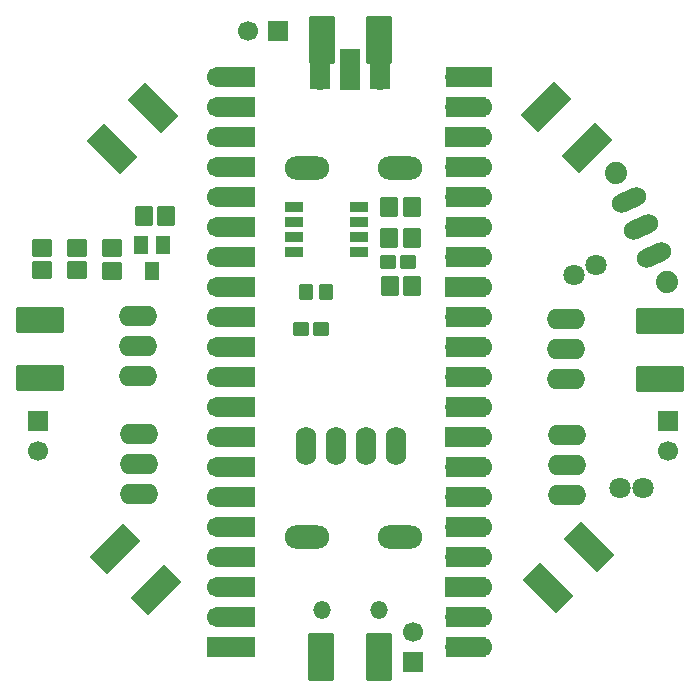
<source format=gbr>
%TF.GenerationSoftware,KiCad,Pcbnew,9.0.5*%
%TF.CreationDate,2025-12-08T11:46:15-06:00*%
%TF.ProjectId,board,626f6172-642e-46b6-9963-61645f706362,rev?*%
%TF.SameCoordinates,Original*%
%TF.FileFunction,Soldermask,Top*%
%TF.FilePolarity,Negative*%
%FSLAX46Y46*%
G04 Gerber Fmt 4.6, Leading zero omitted, Abs format (unit mm)*
G04 Created by KiCad (PCBNEW 9.0.5) date 2025-12-08 11:46:15*
%MOMM*%
%LPD*%
G01*
G04 APERTURE LIST*
G04 Aperture macros list*
%AMRoundRect*
0 Rectangle with rounded corners*
0 $1 Rounding radius*
0 $2 $3 $4 $5 $6 $7 $8 $9 X,Y pos of 4 corners*
0 Add a 4 corners polygon primitive as box body*
4,1,4,$2,$3,$4,$5,$6,$7,$8,$9,$2,$3,0*
0 Add four circle primitives for the rounded corners*
1,1,$1+$1,$2,$3*
1,1,$1+$1,$4,$5*
1,1,$1+$1,$6,$7*
1,1,$1+$1,$8,$9*
0 Add four rect primitives between the rounded corners*
20,1,$1+$1,$2,$3,$4,$5,0*
20,1,$1+$1,$4,$5,$6,$7,0*
20,1,$1+$1,$6,$7,$8,$9,0*
20,1,$1+$1,$8,$9,$2,$3,0*%
%AMHorizOval*
0 Thick line with rounded ends*
0 $1 width*
0 $2 $3 position (X,Y) of the first rounded end (center of the circle)*
0 $4 $5 position (X,Y) of the second rounded end (center of the circle)*
0 Add line between two ends*
20,1,$1,$2,$3,$4,$5,0*
0 Add two circle primitives to create the rounded ends*
1,1,$1,$2,$3*
1,1,$1,$4,$5*%
G04 Aperture macros list end*
%ADD10RoundRect,0.101600X0.500000X0.700000X-0.500000X0.700000X-0.500000X-0.700000X0.500000X-0.700000X0*%
%ADD11O,1.727200X3.251200*%
%ADD12O,3.759200X1.981200*%
%ADD13O,3.251200X1.727200*%
%ADD14RoundRect,0.101600X-0.650000X-0.750000X0.650000X-0.750000X0.650000X0.750000X-0.650000X0.750000X0*%
%ADD15RoundRect,0.101600X-0.500000X-0.550000X0.500000X-0.550000X0.500000X0.550000X-0.500000X0.550000X0*%
%ADD16RoundRect,0.101600X-0.650000X-0.350000X0.650000X-0.350000X0.650000X0.350000X-0.650000X0.350000X0*%
%ADD17R,1.700000X1.700000*%
%ADD18C,1.700000*%
%ADD19HorizOval,1.625600X-0.644566X-0.300566X0.644566X0.300566X0*%
%ADD20C,1.879600*%
%ADD21C,1.803200*%
%ADD22RoundRect,0.101600X-0.550000X-0.500000X0.550000X-0.500000X0.550000X0.500000X-0.550000X0.500000X0*%
%ADD23RoundRect,0.101600X0.750000X-0.650000X0.750000X0.650000X-0.750000X0.650000X-0.750000X-0.650000X0*%
%ADD24RoundRect,0.101600X-0.750000X0.650000X-0.750000X-0.650000X0.750000X-0.650000X0.750000X0.650000X0*%
%ADD25O,1.800000X1.800000*%
%ADD26O,1.500000X1.500000*%
%ADD27O,1.700000X1.700000*%
%ADD28R,3.500000X1.700000*%
%ADD29R,1.700000X3.500000*%
%ADD30RoundRect,0.101600X0.650000X0.750000X-0.650000X0.750000X-0.650000X-0.750000X0.650000X-0.750000X0*%
%ADD31RoundRect,0.101600X2.029538X-0.664539X-0.664539X2.029538X-2.029538X0.664539X0.664539X-2.029538X0*%
%ADD32RoundRect,0.101600X-0.664539X-2.029538X2.029538X0.664539X0.664539X2.029538X-2.029538X-0.664539X0*%
%ADD33RoundRect,0.101600X-0.965200X1.905000X-0.965200X-1.905000X0.965200X-1.905000X0.965200X1.905000X0*%
%ADD34RoundRect,0.101600X0.965200X-1.905000X0.965200X1.905000X-0.965200X1.905000X-0.965200X-1.905000X0*%
%ADD35RoundRect,0.101600X-1.905000X-0.965200X1.905000X-0.965200X1.905000X0.965200X-1.905000X0.965200X0*%
%ADD36RoundRect,0.101600X-2.029538X0.664539X0.664539X-2.029538X2.029538X-0.664539X-0.664539X2.029538X0*%
%ADD37RoundRect,0.101600X1.905000X0.965200X-1.905000X0.965200X-1.905000X-0.965200X1.905000X-0.965200X0*%
%ADD38RoundRect,0.101600X0.664539X2.029538X-2.029538X-0.664539X-0.664539X-2.029538X2.029538X0.664539X0*%
G04 APERTURE END LIST*
D10*
%TO.C,IRLML2502*%
X132550000Y-96200000D03*
X130650000Y-96200000D03*
X131600000Y-98400000D03*
%TD*%
D11*
%TO.C,E-HAT0*%
X144660000Y-113160000D03*
X147200000Y-113160000D03*
X149740000Y-113160000D03*
X152280000Y-113160000D03*
%TD*%
D12*
%TO.C,MT3608*%
X144751916Y-120875000D03*
X144751916Y-89664000D03*
X152626085Y-89664000D03*
X152626085Y-120875000D03*
%TD*%
D13*
%TO.C,M_LEFT0*%
X166724492Y-117371995D03*
X166724492Y-114831995D03*
X166724492Y-112291995D03*
%TD*%
%TO.C,E_RIGHT0*%
X130430000Y-102210000D03*
X130430000Y-104750000D03*
X130430000Y-107290000D03*
%TD*%
D14*
%TO.C,R12*%
X151695508Y-95588005D03*
X153595508Y-95588005D03*
%TD*%
D15*
%TO.C,R14*%
X144590000Y-100150000D03*
X146290000Y-100150000D03*
%TD*%
D16*
%TO.C,TP4056*%
X143600000Y-92985000D03*
X143600000Y-94255000D03*
X143600000Y-95525000D03*
X143600000Y-96795000D03*
X149100000Y-96795000D03*
X149100000Y-95525000D03*
X149100000Y-94255000D03*
X149100000Y-92985000D03*
%TD*%
D17*
%TO.C,J2*%
X137130000Y-130230000D03*
D18*
X137130000Y-127690000D03*
X137130000Y-125150000D03*
X137130000Y-122610000D03*
X137130000Y-120070000D03*
X137130000Y-117530000D03*
X137130000Y-114990000D03*
X137130000Y-112450000D03*
X137130000Y-109910000D03*
X137130000Y-107370000D03*
X137130000Y-104830000D03*
X137130000Y-102290000D03*
X137130000Y-99750000D03*
X137130000Y-97210000D03*
X137130000Y-94670000D03*
X137130000Y-92130000D03*
X137130000Y-89590000D03*
X137130000Y-87050000D03*
X137130000Y-84510000D03*
X137130000Y-81970000D03*
%TD*%
D19*
%TO.C,SWITCH0*%
X174093210Y-96991301D03*
X173019760Y-94689280D03*
X171946310Y-92387259D03*
D20*
X175166661Y-99293324D03*
X170872859Y-90085236D03*
%TD*%
D14*
%TO.C,R13*%
X151675508Y-92998005D03*
X153575508Y-92998005D03*
%TD*%
D17*
%TO.C,J1*%
X159520000Y-81980000D03*
D18*
X159520000Y-84520000D03*
X159520000Y-87060000D03*
X159520000Y-89600000D03*
X159520000Y-92140000D03*
X159520000Y-94680000D03*
X159520000Y-97220000D03*
X159520000Y-99760000D03*
X159520000Y-102300000D03*
X159520000Y-104840000D03*
X159520000Y-107380000D03*
X159520000Y-109920000D03*
X159520000Y-112460000D03*
X159520000Y-115000000D03*
X159520000Y-117540000D03*
X159520000Y-120080000D03*
X159520000Y-122620000D03*
X159520000Y-125160000D03*
X159520000Y-127700000D03*
X159520000Y-130240000D03*
%TD*%
D21*
%TO.C,BATT0*%
X167337384Y-98705236D03*
X169150000Y-97860000D03*
%TD*%
D22*
%TO.C,C3*%
X151585508Y-97610000D03*
X153285508Y-97610000D03*
%TD*%
D23*
%TO.C,R10*%
X128232492Y-98375995D03*
X128232492Y-96475995D03*
%TD*%
D24*
%TO.C,R11*%
X122250000Y-96420000D03*
X122250000Y-98320000D03*
%TD*%
D13*
%TO.C,E_LEFT0*%
X166680000Y-107540000D03*
X166680000Y-105000000D03*
X166680000Y-102460000D03*
%TD*%
D22*
%TO.C,C4*%
X144170000Y-103320000D03*
X145870000Y-103320000D03*
%TD*%
D25*
%TO.C,U1*%
X151100000Y-130100000D03*
D26*
X150800000Y-127070000D03*
X145950000Y-127070000D03*
D25*
X145650000Y-130100000D03*
D27*
X157265000Y-130230000D03*
D28*
X158165000Y-130230000D03*
D27*
X157265000Y-127690000D03*
D28*
X158165000Y-127690000D03*
D17*
X157265000Y-125150000D03*
D28*
X158165000Y-125150000D03*
D27*
X157265000Y-122610000D03*
D28*
X158165000Y-122610000D03*
D27*
X157265000Y-120070000D03*
D28*
X158165000Y-120070000D03*
D27*
X157265000Y-117530000D03*
D28*
X158165000Y-117530000D03*
D27*
X157265000Y-114990000D03*
D28*
X158165000Y-114990000D03*
D17*
X157265000Y-112450000D03*
D28*
X158165000Y-112450000D03*
D27*
X157265000Y-109910000D03*
D28*
X158165000Y-109910000D03*
D27*
X157265000Y-107370000D03*
D28*
X158165000Y-107370000D03*
D27*
X157265000Y-104830000D03*
D28*
X158165000Y-104830000D03*
D27*
X157265000Y-102290000D03*
D28*
X158165000Y-102290000D03*
D17*
X157265000Y-99750000D03*
D28*
X158165000Y-99750000D03*
D27*
X157265000Y-97210000D03*
D28*
X158165000Y-97210000D03*
D27*
X157265000Y-94670000D03*
D28*
X158165000Y-94670000D03*
D27*
X157265000Y-92130000D03*
D28*
X158165000Y-92130000D03*
D27*
X157265000Y-89590000D03*
D28*
X158165000Y-89590000D03*
D17*
X157265000Y-87050000D03*
D28*
X158165000Y-87050000D03*
D27*
X157265000Y-84510000D03*
D28*
X158165000Y-84510000D03*
D27*
X157265000Y-81970000D03*
D28*
X158165000Y-81970000D03*
D18*
X139485000Y-81970000D03*
D28*
X138585000Y-81970000D03*
D27*
X139485000Y-84510000D03*
D28*
X138585000Y-84510000D03*
D17*
X139485000Y-87050000D03*
D28*
X138585000Y-87050000D03*
D27*
X139485000Y-89590000D03*
D28*
X138585000Y-89590000D03*
D27*
X139485000Y-92130000D03*
D28*
X138585000Y-92130000D03*
D27*
X139485000Y-94670000D03*
D28*
X138585000Y-94670000D03*
D27*
X139485000Y-97210000D03*
D28*
X138585000Y-97210000D03*
D17*
X139485000Y-99750000D03*
D28*
X138585000Y-99750000D03*
D27*
X139485000Y-102290000D03*
D28*
X138585000Y-102290000D03*
D27*
X139485000Y-104830000D03*
D28*
X138585000Y-104830000D03*
D27*
X139485000Y-107370000D03*
D28*
X138585000Y-107370000D03*
D27*
X139485000Y-109910000D03*
D28*
X138585000Y-109910000D03*
D17*
X139485000Y-112450000D03*
D28*
X138585000Y-112450000D03*
D27*
X139485000Y-114990000D03*
D28*
X138585000Y-114990000D03*
D27*
X139485000Y-117530000D03*
D28*
X138585000Y-117530000D03*
D27*
X139485000Y-120070000D03*
D28*
X138585000Y-120070000D03*
D27*
X139485000Y-122610000D03*
D28*
X138585000Y-122610000D03*
D17*
X139485000Y-125150000D03*
D28*
X138585000Y-125150000D03*
D27*
X139485000Y-127690000D03*
D28*
X138585000Y-127690000D03*
D27*
X139485000Y-130230000D03*
D28*
X138585000Y-130230000D03*
D27*
X150915000Y-82200000D03*
D29*
X150915000Y-81300000D03*
D17*
X148375000Y-82200000D03*
D29*
X148375000Y-81300000D03*
D27*
X145835000Y-82200000D03*
D29*
X145835000Y-81300000D03*
%TD*%
D13*
%TO.C,M_RIGHT0*%
X130450000Y-117290000D03*
X130450000Y-114750000D03*
X130450000Y-112210000D03*
%TD*%
D24*
%TO.C,R9*%
X125250000Y-96400000D03*
X125250000Y-98300000D03*
%TD*%
D30*
%TO.C,R8*%
X132800000Y-93720000D03*
X130900000Y-93720000D03*
%TD*%
%TO.C,R15*%
X153615508Y-99688005D03*
X151715508Y-99688005D03*
%TD*%
D21*
%TO.C,BATT1*%
X173190000Y-116800000D03*
X171190000Y-116800000D03*
%TD*%
D17*
%TO.C,J3*%
X121920000Y-111125000D03*
D18*
X121920000Y-113665000D03*
%TD*%
D31*
%TO.C,P3*%
X168564407Y-121765593D03*
X165098028Y-125231972D03*
%TD*%
D32*
%TO.C,P1*%
X131910000Y-125370000D03*
X128443621Y-121903621D03*
%TD*%
D33*
%TO.C,P6*%
X145942600Y-78800000D03*
X150844800Y-78800000D03*
%TD*%
D34*
%TO.C,P0*%
X150790000Y-131040000D03*
X145887800Y-131040000D03*
%TD*%
D35*
%TO.C,P2*%
X122140000Y-107420000D03*
X122140000Y-102517800D03*
%TD*%
D36*
%TO.C,P4*%
X128205593Y-88074407D03*
X131671972Y-84608028D03*
%TD*%
D37*
%TO.C,P5*%
X174560000Y-102628600D03*
X174560000Y-107530800D03*
%TD*%
D17*
%TO.C,J6*%
X175260000Y-111120000D03*
D18*
X175260000Y-113660000D03*
%TD*%
D17*
%TO.C,J5*%
X153670000Y-131450000D03*
D18*
X153670000Y-128910000D03*
%TD*%
D17*
%TO.C,J4*%
X142240000Y-78105000D03*
D18*
X139700000Y-78105000D03*
%TD*%
D38*
%TO.C,P7*%
X164965593Y-84515593D03*
X168431972Y-87981972D03*
%TD*%
M02*

</source>
